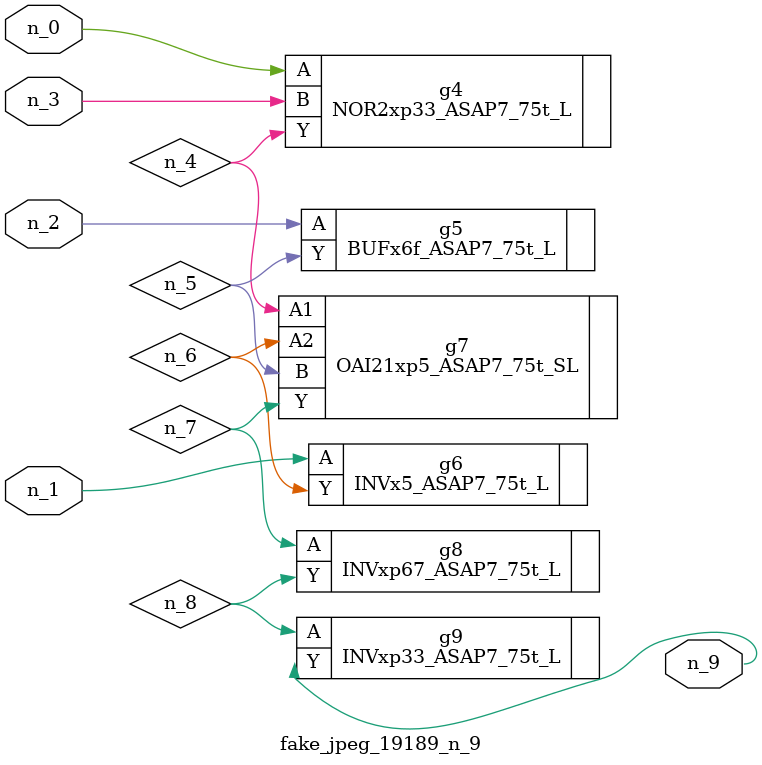
<source format=v>
module fake_jpeg_19189_n_9 (n_0, n_3, n_2, n_1, n_9);

input n_0;
input n_3;
input n_2;
input n_1;

output n_9;

wire n_4;
wire n_8;
wire n_6;
wire n_5;
wire n_7;

NOR2xp33_ASAP7_75t_L g4 ( 
.A(n_0),
.B(n_3),
.Y(n_4)
);

BUFx6f_ASAP7_75t_L g5 ( 
.A(n_2),
.Y(n_5)
);

INVx5_ASAP7_75t_L g6 ( 
.A(n_1),
.Y(n_6)
);

OAI21xp5_ASAP7_75t_SL g7 ( 
.A1(n_4),
.A2(n_6),
.B(n_5),
.Y(n_7)
);

INVxp67_ASAP7_75t_L g8 ( 
.A(n_7),
.Y(n_8)
);

INVxp33_ASAP7_75t_L g9 ( 
.A(n_8),
.Y(n_9)
);


endmodule
</source>
